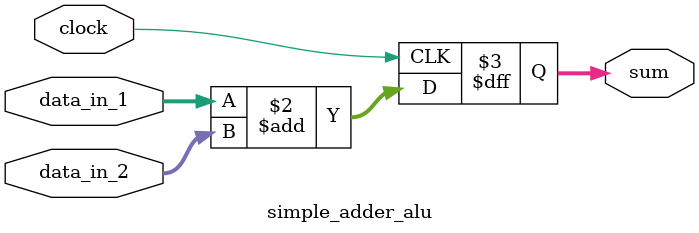
<source format=v>
module simple_adder_alu ( 
	input wire [31:0] data_in_1,
	input wire [31:0] data_in_2,
	input wire clock,
	
	output reg [31:0] sum

);
	
	always @ (posedge clock) begin
		sum = data_in_1 + data_in_2;
	end	
	

endmodule
</source>
